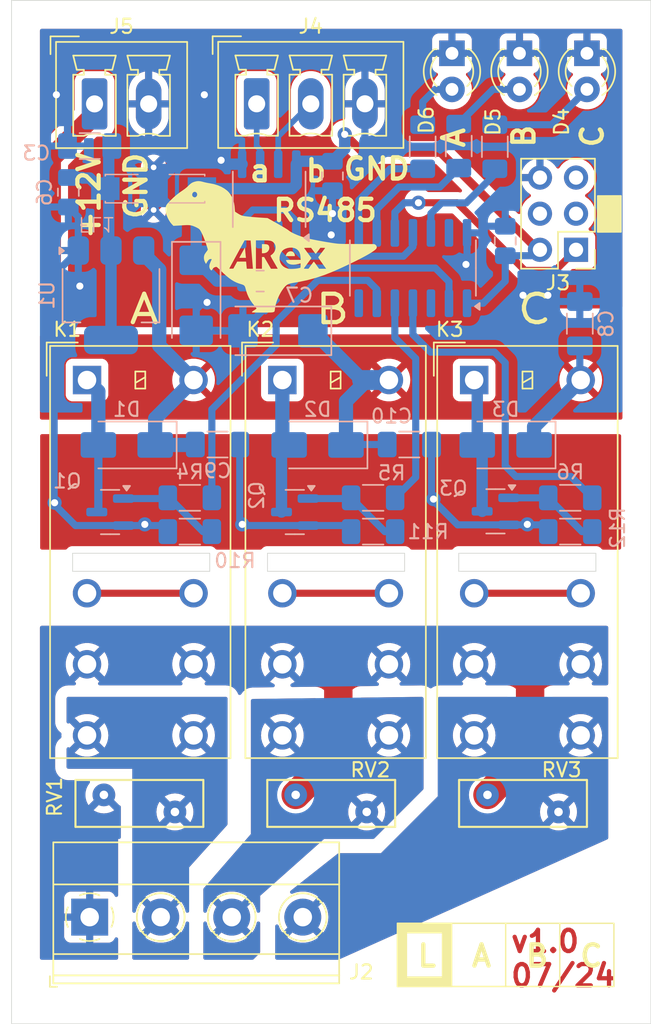
<source format=kicad_pcb>
(kicad_pcb (version 20240108) (generator "pcbnew") (generator_version "8.0")
  (layers (0 "F.Cu" signal) (31 "B.Cu" signal) (34 "B.Paste" user) (35 "F.Paste" user) (36 "B.SilkS" user "B.Silkscreen") (37 "F.SilkS" user "F.Silkscreen") (38 "B.Mask" user) (39 "F.Mask" user) (44 "Edge.Cuts" user))
  (net 0 "")
  (net 1 "VDD")
  (net 2 "Net-(D1-A)")
  (net 3 "Net-(D2-A)")
  (net 4 "Net-(D3-A)")
  (net 5 "GND")
  (net 6 "Net-(D4-A)")
  (net 7 "Net-(D5-A)")
  (net 8 "Net-(D6-A)")
  (net 9 "unconnected-(K1-Pad12)")
  (net 10 "unconnected-(K2-Pad12)")
  (net 11 "unconnected-(K3-Pad12)")
  (net 12 "Net-(Q1-G)")
  (net 13 "Net-(Q2-G)")
  (net 14 "Net-(Q3-G)")
  (net 15 "/P1")
  (net 16 "/P3")
  (net 17 "/P")
  (net 18 "/P2")
  (net 19 "VCC")
  (net 20 "Net-(U2-PA7)")
  (net 22 "Net-(U2-PA6)")
  (net 24 "LR_C")
  (net 25 "LR_B")
  (net 26 "Net-(J4-Pin_2)")
  (net 30 "Net-(J3-DATA)")
  (net 31 "LR_A")
  (net 33 "Net-(U2-PB3)")
  (net 34 "Net-(U2-PA1)")
  (net 35 "Net-(U2-PA4)")
  (net 36 "Net-(U1-VO)")
  (net 37 "/A")
  (footprint "LED_THT:LED_D3.0mm" (layer "F.Cu") (at 141 53.725 -90)
    (property "Reference" "D6" (at 4.695 1.808 90) (layer "F.SilkS"))
    (property "Value" "G")
    (pad "1" thru_hole rect (at 0 0 270) (size 1.8 1.8) (drill 0.9) (layers "*.Cu" "*.Mask") (net 5 "GND"))
    (pad "2" thru_hole circle (at 2.54 0 270) (size 1.8 1.8) (drill 0.9) (layers "*.Cu" "*.Mask") (net 8 "Net-(D6-A)"))
  )
  (footprint "Connector_Phoenix_MC:PhoenixContact_MCV_1,5_2-G-3.81_1x02_P3.81mm_Vertical" (layer "F.Cu") (at 115.8415 57.2845)
    (property "Reference" "J5" (at 1.9 -5.45 0) (layer "F.SilkS"))
    (property "Value" "Screw_Terminal_01x02")
    (pad "1" thru_hole roundrect (at 0 0) (size 1.8 3.6) (drill 1.2) (layers "*.Cu" "*.Mask") (roundrect_rratio 0.138889) (net 1 "VDD"))
    (pad "2" thru_hole oval (at 3.81 0) (size 1.8 3.6) (drill 1.2) (layers "*.Cu" "*.Mask") (net 5 "GND"))
  )
  (footprint "Varistor:RV_Disc_D9mm_W3.3mm_P5mm" (layer "F.Cu") (at 135 107.1 180)
    (property "Reference" "RV2" (at -0.255 2.96 0) (layer "F.SilkS"))
    (property "Value" "471K")
    (pad "1" thru_hole circle (at 0 0 180) (size 1.6 1.6) (drill 0.6) (layers "*.Cu" "*.Mask") (net 18 "/P2"))
    (pad "2" thru_hole circle (at 5 1.2 180) (size 1.6 1.6) (drill 0.6) (layers "*.Cu" "*.Mask") (net 17 "/P"))
  )
  (footprint "LED_THT:LED_D3.0mm" (layer "F.Cu") (at 145.75 53.725 -90)
    (property "Reference" "D5" (at 4.822 1.859 90) (layer "F.SilkS"))
    (property "Value" "G")
    (pad "1" thru_hole rect (at 0 0 270) (size 1.8 1.8) (drill 0.9) (layers "*.Cu" "*.Mask") (net 5 "GND"))
    (pad "2" thru_hole circle (at 2.54 0 270) (size 1.8 1.8) (drill 0.9) (layers "*.Cu" "*.Mask") (net 7 "Net-(D5-A)"))
  )
  (footprint "Connector_PinHeader_2.54mm:PinHeader_2x03_P2.54mm_Vertical" (layer "F.Cu") (at 149.733 67.549 180)
    (property "Reference" "J3" (at 1.27 -2.33 0) (layer "F.SilkS"))
    (property "Value" "AVR-UPDI-6")
    (pad "1" thru_hole rect (at 0 0 180) (size 1.7 1.7) (drill 1) (layers "*.Cu" "*.Mask") (net 30 "Net-(J3-DATA)"))
    (pad "2" thru_hole oval (at 2.54 0 180) (size 1.7 1.7) (drill 1) (layers "*.Cu" "*.Mask") (net 19 "VCC"))
    (pad "3" thru_hole oval (at 0 2.54 180) (size 1.7 1.7) (drill 1) (layers "*.Cu" "*.Mask"))
    (pad "4" thru_hole oval (at 2.54 2.54 180) (size 1.7 1.7) (drill 1) (layers "*.Cu" "*.Mask"))
    (pad "5" thru_hole oval (at 0 5.08 180) (size 1.7 1.7) (drill 1) (layers "*.Cu" "*.Mask"))
    (pad "6" thru_hole oval (at 2.54 5.08 180) (size 1.7 1.7) (drill 1) (layers "*.Cu" "*.Mask") (net 5 "GND"))
  )
  (footprint "Varistor:RV_Disc_D9mm_W3.3mm_P5mm" (layer "F.Cu") (at 121.5 107.1 180)
    (property "Reference" "RV1" (at 8.47 1.055 90) (layer "F.SilkS"))
    (property "Value" "471K")
    (pad "1" thru_hole circle (at 0 0 180) (size 1.6 1.6) (drill 0.6) (layers "*.Cu" "*.Mask") (net 15 "/P1"))
    (pad "2" thru_hole circle (at 5 1.2 180) (size 1.6 1.6) (drill 0.6) (layers "*.Cu" "*.Mask") (net 17 "/P"))
  )
  (footprint "Relay_THT:Relay_SPDT_Omron_G2RL-1-E" (layer "F.Cu") (at 115.3125 76.7125)
    (property "Reference" "K1" (at -1.3935 -3.5605 180) (layer "F.SilkS"))
    (property "Value" "Relay_SPDT")
    (pad "11" thru_hole circle (at 0 20) (size 2 2) (drill 1.3) (layers "*.Cu" "*.Mask") (net 17 "/P"))
    (pad "11" thru_hole circle (at 7.5 20) (size 2 2) (drill 1.3) (layers "*.Cu" "*.Mask") (net 17 "/P"))
    (pad "12" thru_hole circle (at 0 15) (size 2 2) (drill 1.3) (layers "*.Cu" "*.Mask") (net 9 "unconnected-(K1-Pad12)"))
    (pad "12" thru_hole circle (at 7.5 15) (size 2 2) (drill 1.3) (layers "*.Cu" "*.Mask") (net 9 "unconnected-(K1-Pad12)"))
    (pad "14" thru_hole circle (at 0 25) (size 2 2) (drill 1.3) (layers "*.Cu" "*.Mask") (net 15 "/P1"))
    (pad "14" thru_hole circle (at 7.5 25) (size 2 2) (drill 1.3) (layers "*.Cu" "*.Mask") (net 15 "/P1"))
    (pad "A1" thru_hole rect (at 0 0) (size 2 2) (drill 1.3) (layers "*.Cu" "*.Mask") (net 2 "Net-(D1-A)"))
    (pad "A2" thru_hole circle (at 7.5 0) (size 2 2) (drill 1.3) (layers "*.Cu" "*.Mask") (net 1 "VDD"))
  )
  (footprint "TerminalBlock_Phoenix:TerminalBlock_Phoenix_MKDS-1,5-4_1x04_P5.00mm_Horizontal" (layer "F.Cu") (at 115.5 114.5)
    (property "Reference" "J2" (at 19.12 3.864 0) (layer "F.SilkS"))
    (property "Value" "~")
    (pad "1" thru_hole rect (at 0 0) (size 2.6 2.6) (drill 1.3) (layers "*.Cu" "*.Mask") (net 17 "/P"))
    (pad "2" thru_hole circle (at 5 0) (size 2.6 2.6) (drill 1.3) (layers "*.Cu" "*.Mask") (net 15 "/P1"))
    (pad "3" thru_hole circle (at 10 0) (size 2.6 2.6) (drill 1.3) (layers "*.Cu" "*.Mask") (net 18 "/P2"))
    (pad "4" thru_hole circle (at 15 0) (size 2.6 2.6) (drill 1.3) (layers "*.Cu" "*.Mask") (net 16 "/P3"))
  )
  (footprint "LED_THT:LED_D3.0mm" (layer "F.Cu") (at 150.5 53.725 -90)
    (property "Reference" "D4" (at 4.822 1.783 90) (layer "F.SilkS"))
    (property "Value" "G")
    (pad "1" thru_hole rect (at 0 0 270) (size 1.8 1.8) (drill 0.9) (layers "*.Cu" "*.Mask") (net 5 "GND"))
    (pad "2" thru_hole circle (at 2.54 0 270) (size 1.8 1.8) (drill 0.9) (layers "*.Cu" "*.Mask") (net 6 "Net-(D4-A)"))
  )
  (footprint "Relay_THT:Relay_SPDT_Omron_G2RL-1-E" (layer "F.Cu") (at 142.5625 76.7125)
    (property "Reference" "K3" (at -1.7195 -3.5605 180) (layer "F.SilkS"))
    (property "Value" "Relay_SPDT")
    (pad "11" thru_hole circle (at 0 20) (size 2 2) (drill 1.3) (layers "*.Cu" "*.Mask") (net 17 "/P"))
    (pad "11" thru_hole circle (at 7.5 20) (size 2 2) (drill 1.3) (layers "*.Cu" "*.Mask") (net 17 "/P"))
    (pad "12" thru_hole circle (at 0 15) (size 2 2) (drill 1.3) (layers "*.Cu" "*.Mask") (net 11 "unconnected-(K3-Pad12)"))
    (pad "12" thru_hole circle (at 7.5 15) (size 2 2) (drill 1.3) (layers "*.Cu" "*.Mask") (net 11 "unconnected-(K3-Pad12)"))
    (pad "14" thru_hole circle (at 0 25) (size 2 2) (drill 1.3) (layers "*.Cu" "*.Mask") (net 16 "/P3"))
    (pad "14" thru_hole circle (at 7.5 25) (size 2 2) (drill 1.3) (layers "*.Cu" "*.Mask") (net 16 "/P3"))
    (pad "A1" thru_hole rect (at 0 0) (size 2 2) (drill 1.3) (layers "*.Cu" "*.Mask") (net 4 "Net-(D3-A)"))
    (pad "A2" thru_hole circle (at 7.5 0) (size 2 2) (drill 1.3) (layers "*.Cu" "*.Mask") (net 1 "VDD"))
  )
  (footprint "Varistor:RV_Disc_D9mm_W3.3mm_P5mm" (layer "F.Cu") (at 148.5 107.1 180)
    (property "Reference" "RV3" (at -0.217 2.96 0) (layer "F.SilkS"))
    (property "Value" "471K")
    (pad "1" thru_hole circle (at 0 0 180) (size 1.6 1.6) (drill 0.6) (layers "*.Cu" "*.Mask") (net 16 "/P3"))
    (pad "2" thru_hole circle (at 5 1.2 180) (size 1.6 1.6) (drill 0.6) (layers "*.Cu" "*.Mask") (net 17 "/P"))
  )
  (footprint "Relay_THT:Relay_SPDT_Omron_G2RL-1-E" (layer "F.Cu") (at 129.0625 76.7125)
    (property "Reference" "K2" (at -1.5545 -3.5605 0) (layer "F.SilkS"))
    (property "Value" "Relay_SPDT")
    (pad "11" thru_hole circle (at 0 20) (size 2 2) (drill 1.3) (layers "*.Cu" "*.Mask") (net 17 "/P"))
    (pad "11" thru_hole circle (at 7.5 20) (size 2 2) (drill 1.3) (layers "*.Cu" "*.Mask") (net 17 "/P"))
    (pad "12" thru_hole circle (at 0 15) (size 2 2) (drill 1.3) (layers "*.Cu" "*.Mask") (net 10 "unconnected-(K2-Pad12)"))
    (pad "12" thru_hole circle (at 7.5 15) (size 2 2) (drill 1.3) (layers "*.Cu" "*.Mask") (net 10 "unconnected-(K2-Pad12)"))
    (pad "14" thru_hole circle (at 0 25) (size 2 2) (drill 1.3) (layers "*.Cu" "*.Mask") (net 18 "/P2"))
    (pad "14" thru_hole circle (at 7.5 25) (size 2 2) (drill 1.3) (layers "*.Cu" "*.Mask") (net 18 "/P2"))
    (pad "A1" thru_hole rect (at 0 0) (size 2 2) (drill 1.3) (layers "*.Cu" "*.Mask") (net 3 "Net-(D2-A)"))
    (pad "A2" thru_hole circle (at 7.5 0) (size 2 2) (drill 1.3) (layers "*.Cu" "*.Mask") (net 1 "VDD"))
  )
  (footprint "LOGO" (layer "F.Cu") (at 128.27 67.31)
    (property "Reference" "G***" (hide yes))
    (property "Value" "LOGO" (hide yes))
  )
  (footprint "Connector_Phoenix_MC:PhoenixContact_MCV_1,5_3-G-3.81_1x03_P3.81mm_Vertical" (layer "F.Cu") (at 127.254 57.277)
    (property "Reference" "J4" (at 3.81 -5.45 0) (layer "F.SilkS"))
    (property "Value" "Screw_Terminal_01x03")
    (pad "1" thru_hole roundrect (at 0 0) (size 1.8 3.6) (drill 1.2) (layers "*.Cu" "*.Mask") (roundrect_rratio 0.138889) (net 37 "/A"))
    (pad "2" thru_hole oval (at 3.81 0) (size 1.8 3.6) (drill 1.2) (layers "*.Cu" "*.Mask") (net 26 "Net-(J4-Pin_2)"))
    (pad "3" thru_hole oval (at 7.62 0) (size 1.8 3.6) (drill 1.2) (layers "*.Cu" "*.Mask") (net 5 "GND"))
  )
  (footprint "Capacitor_SMD:C_0805_2012Metric_Pad1.18x1.45mm_HandSolder" (layer "B.Cu") (at 114 63.5 -90)
    (property "Reference" "C6" (at 0 1.68 90) (layer "B.SilkS") (effects (justify mirror)))
    (property "Value" "100n")
    (pad "1" smd roundrect (at -1.0375 0 270) (size 1.175 1.45) (layers "B.Cu" "B.Paste" "B.Mask") (roundrect_rratio 0.212766) (net 36 "Net-(U1-VO)"))
    (pad "2" smd roundrect (at 1.0375 0 270) (size 1.175 1.45) (layers "B.Cu" "B.Paste" "B.Mask") (roundrect_rratio 0.212766) (net 5 "GND"))
  )
  (footprint "Capacitor_SMD:C_1206_3216Metric_Pad1.33x1.80mm_HandSolder" (layer "B.Cu") (at 150 72.75 90)
    (property "Reference" "C8" (at 0 1.85 90) (layer "B.SilkS") (effects (justify mirror)))
    (property "Value" "1u")
    (pad "1" smd roundrect (at -1.5625 0 90) (size 1.325 1.8) (layers "B.Cu" "B.Paste" "B.Mask") (roundrect_rratio 0.188679) (net 1 "VDD"))
    (pad "2" smd roundrect (at 1.5625 0 90) (size 1.325 1.8) (layers "B.Cu" "B.Paste" "B.Mask") (roundrect_rratio 0.188679) (net 5 "GND"))
  )
  (footprint "Resistor_SMD:R_1206_3216Metric_Pad1.30x1.75mm_HandSolder" (layer "B.Cu") (at 122.55 87.376 180)
    (property "Reference" "R10" (at -3.18 -2.043 0) (layer "B.SilkS") (effects (justify mirror)))
    (property "Value" "10k")
    (pad "1" smd roundrect (at -1.55 0 180) (size 1.3 1.75) (layers "B.Cu" "B.Paste" "B.Mask") (roundrect_rratio 0.192308) (net 12 "Net-(Q1-G)"))
    (pad "2" smd roundrect (at 1.55 0 180) (size 1.3 1.75) (layers "B.Cu" "B.Paste" "B.Mask") (roundrect_rratio 0.192308) (net 5 "GND"))
  )
  (footprint "Capacitor_SMD:C_1206_3216Metric_Pad1.33x1.80mm_HandSolder" (layer "B.Cu") (at 115.5 60.25 180)
    (property "Reference" "C3" (at 3.75 -0.5 0) (layer "B.SilkS") (effects (justify mirror)))
    (property "Value" "4u7")
    (pad "1" smd roundrect (at -1.5625 0 180) (size 1.325 1.8) (layers "B.Cu" "B.Paste" "B.Mask") (roundrect_rratio 0.188679) (net 36 "Net-(U1-VO)"))
    (pad "2" smd roundrect (at 1.5625 0 180) (size 1.325 1.8) (layers "B.Cu" "B.Paste" "B.Mask") (roundrect_rratio 0.188679) (net 5 "GND"))
  )
  (footprint "Package_TO_SOT_SMD:SOT-23" (layer "B.Cu") (at 129.9375 86 180)
    (property "Reference" "Q2" (at 2.6835 1.164 -90) (layer "B.SilkS") (effects (justify mirror)))
    (property "Value" "IRLML0030")
    (pad "1" smd roundrect (at -0.9375 0.95 180) (size 1.475 0.6) (layers "B.Cu" "B.Paste" "B.Mask") (net 13 "Net-(Q2-G)"))
    (pad "2" smd roundrect (at -0.9375 -0.95 180) (size 1.475 0.6) (layers "B.Cu" "B.Paste" "B.Mask") (net 5 "GND"))
    (pad "3" smd roundrect (at 0.9375 0 180) (size 1.475 0.6) (layers "B.Cu" "B.Paste" "B.Mask") (net 3 "Net-(D2-A)"))
  )
  (footprint "Capacitor_SMD:C_1206_3216Metric_Pad1.33x1.80mm_HandSolder" (layer "B.Cu") (at 124.5 81.25)
    (property "Reference" "C9" (at 0 1.85 0) (layer "B.SilkS") (effects (justify mirror)))
    (property "Value" "1u")
    (pad "1" smd roundrect (at -1.5625 0) (size 1.325 1.8) (layers "B.Cu" "B.Paste" "B.Mask") (roundrect_rratio 0.188679) (net 1 "VDD"))
    (pad "2" smd roundrect (at 1.5625 0) (size 1.325 1.8) (layers "B.Cu" "B.Paste" "B.Mask") (roundrect_rratio 0.188679) (net 5 "GND"))
  )
  (footprint "Diode_SMD:D_SMA" (layer "B.Cu") (at 131.54 81.28 180)
    (property "Reference" "D2" (at 0 2.5 0) (layer "B.SilkS") (effects (justify mirror)))
    (property "Value" "1J")
    (pad "1" smd roundrect (at -2 0 180) (size 2.5 1.8) (layers "B.Cu" "B.Paste" "B.Mask") (roundrect_rratio 0.1388888889) (net 1 "VDD"))
    (pad "2" smd roundrect (at 2 0 180) (size 2.5 1.8) (layers "B.Cu" "B.Paste" "B.Mask") (roundrect_rratio 0.1388888889) (net 3 "Net-(D2-A)"))
  )
  (footprint "Package_SO:SOIC-14_3.9x8.7mm_P1.27mm" (layer "B.Cu") (at 138.25 68.834 90)
    (property "Reference" "U2" (hide yes))
    (property "Value" "ATtiny824-SS" (hide yes))
    (pad "1" smd roundrect (at -2.475 3.81 90) (size 1.95 0.6) (layers "B.Cu" "B.Paste" "B.Mask") (net 19 "VCC"))
    (pad "2" smd roundrect (at -2.475 2.54 90) (size 1.95 0.6) (layers "B.Cu" "B.Paste" "B.Mask") (net 35 "Net-(U2-PA4)"))
    (pad "3" smd roundrect (at -2.475 1.27 90) (size 1.95 0.6) (layers "B.Cu" "B.Paste" "B.Mask"))
    (pad "4" smd roundrect (at -2.475 0 90) (size 1.95 0.6) (layers "B.Cu" "B.Paste" "B.Mask") (net 22 "Net-(U2-PA6)"))
    (pad "5" smd roundrect (at -2.475 -1.27 90) (size 1.95 0.6) (layers "B.Cu" "B.Paste" "B.Mask") (net 20 "Net-(U2-PA7)"))
    (pad "6" smd roundrect (at -2.475 -2.54 90) (size 1.95 0.6) (layers "B.Cu" "B.Paste" "B.Mask") (net 33 "Net-(U2-PB3)"))
    (pad "7" smd roundrect (at -2.475 -3.81 90) (size 1.95 0.6) (layers "B.Cu" "B.Paste" "B.Mask"))
    (pad "8" smd roundrect (at 2.475 -3.81 90) (size 1.95 0.6) (layers "B.Cu" "B.Paste" "B.Mask") (net 31 "LR_A"))
    (pad "9" smd roundrect (at 2.475 -2.54 90) (size 1.95 0.6) (layers "B.Cu" "B.Paste" "B.Mask") (net 25 "LR_B"))
    (pad "10" smd roundrect (at 2.475 -1.27 90) (size 1.95 0.6) (layers "B.Cu" "B.Paste" "B.Mask") (net 30 "Net-(J3-DATA)"))
    (pad "11" smd roundrect (at 2.475 0 90) (size 1.95 0.6) (layers "B.Cu" "B.Paste" "B.Mask") (net 34 "Net-(U2-PA1)"))
    (pad "12" smd roundrect (at 2.475 1.27 90) (size 1.95 0.6) (layers "B.Cu" "B.Paste" "B.Mask") (net 24 "LR_C"))
    (pad "13" smd roundrect (at 2.475 2.54 90) (size 1.95 0.6) (layers "B.Cu" "B.Paste" "B.Mask"))
    (pad "14" smd roundrect (at 2.475 3.81 90) (size 1.95 0.6) (layers "B.Cu" "B.Paste" "B.Mask") (net 5 "GND"))
  )
  (footprint "Resistor_SMD:R_1206_3216Metric_Pad1.30x1.75mm_HandSolder" (layer "B.Cu") (at 135.45 85 180)
    (property "Reference" "R5" (at -1.3 1.75 0) (layer "B.SilkS") (effects (justify mirror)))
    (property "Value" "22")
    (pad "1" smd roundrect (at -1.55 0 180) (size 1.3 1.75) (layers "B.Cu" "B.Paste" "B.Mask") (roundrect_rratio 0.192308) (net 20 "Net-(U2-PA7)"))
    (pad "2" smd roundrect (at 1.55 0 180) (size 1.3 1.75) (layers "B.Cu" "B.Paste" "B.Mask") (roundrect_rratio 0.192308) (net 13 "Net-(Q2-G)"))
  )
  (footprint "Capacitor_Tantalum_SMD:CP_EIA-6032-28_Kemet-C" (layer "B.Cu") (at 128.75 73.25 180)
    (property "Reference" "C2" (hide yes))
    (property "Value" "10u" (hide yes))
    (pad "1" smd roundrect (at -2.4625 0 180) (size 2.075 2.35) (layers "B.Cu" "B.Paste" "B.Mask") (roundrect_rratio 0.120482) (net 1 "VDD"))
    (pad "2" smd roundrect (at 2.4625 0 180) (size 2.075 2.35) (layers "B.Cu" "B.Paste" "B.Mask") (roundrect_rratio 0.120482) (net 5 "GND"))
  )
  (footprint "Capacitor_SMD:C_0805_2012Metric_Pad1.18x1.45mm_HandSolder" (layer "B.Cu") (at 132.588 62.357 -90)
    (property "Reference" "C5" (hide yes))
    (property "Value" "100n" (hide yes))
    (pad "1" smd roundrect (at -1.0375 0 270) (size 1.175 1.45) (layers "B.Cu" "B.Paste" "B.Mask") (roundrect_rratio 0.212766) (net 19 "VCC"))
    (pad "2" smd roundrect (at 1.0375 0 270) (size 1.175 1.45) (layers "B.Cu" "B.Paste" "B.Mask") (roundrect_rratio 0.212766) (net 5 "GND"))
  )
  (footprint "Resistor_SMD:R_1206_3216Metric_Pad1.30x1.75mm_HandSolder" (layer "B.Cu") (at 149.326 85 180)
    (property "Reference" "R6" (at 0 1.82 0) (layer "B.SilkS") (effects (justify mirror)))
    (property "Value" "22")
    (pad "1" smd roundrect (at -1.55 0 180) (size 1.3 1.75) (layers "B.Cu" "B.Paste" "B.Mask") (roundrect_rratio 0.192308) (net 22 "Net-(U2-PA6)"))
    (pad "2" smd roundrect (at 1.55 0 180) (size 1.3 1.75) (layers "B.Cu" "B.Paste" "B.Mask") (roundrect_rratio 0.192308) (net 14 "Net-(Q3-G)"))
  )
  (footprint "Package_SO:SOIC-8_3.9x4.9mm_P1.27mm" (layer "B.Cu") (at 128.135 64 90)
    (property "Reference" "U3" (hide yes))
    (property "Value" "LT1785AxS8" (hide yes))
    (pad "1" smd roundrect (at -2.475 1.905 90) (size 1.95 0.6) (layers "B.Cu" "B.Paste" "B.Mask") (net 34 "Net-(U2-PA1)"))
    (pad "2" smd roundrect (at -2.475 0.635 90) (size 1.95 0.6) (layers "B.Cu" "B.Paste" "B.Mask") (net 35 "Net-(U2-PA4)"))
    (pad "3" smd roundrect (at -2.475 -0.635 90) (size 1.95 0.6) (layers "B.Cu" "B.Paste" "B.Mask") (net 35 "Net-(U2-PA4)"))
    (pad "4" smd roundrect (at -2.475 -1.905 90) (size 1.95 0.6) (layers "B.Cu" "B.Paste" "B.Mask") (net 34 "Net-(U2-PA1)"))
    (pad "5" smd roundrect (at 2.475 -1.905 90) (size 1.95 0.6) (layers "B.Cu" "B.Paste" "B.Mask") (net 5 "GND"))
    (pad "6" smd roundrect (at 2.475 -0.635 90) (size 1.95 0.6) (layers "B.Cu" "B.Paste" "B.Mask") (net 37 "/A"))
    (pad "7" smd roundrect (at 2.475 0.635 90) (size 1.95 0.6) (layers "B.Cu" "B.Paste" "B.Mask") (net 26 "Net-(J4-Pin_2)"))
    (pad "8" smd roundrect (at 2.475 1.905 90) (size 1.95 0.6) (layers "B.Cu" "B.Paste" "B.Mask") (net 19 "VCC"))
  )
  (footprint "Diode_SMD:D_SMA" (layer "B.Cu") (at 144.78 81.28 180)
    (property "Reference" "D3" (at 0 2.5 0) (layer "B.SilkS") (effects (justify mirror)))
    (property "Value" "1J")
    (pad "1" smd roundrect (at -2 0 180) (size 2.5 1.8) (layers "B.Cu" "B.Paste" "B.Mask") (roundrect_rratio 0.1388888889) (net 1 "VDD"))
    (pad "2" smd roundrect (at 2 0 180) (size 2.5 1.8) (layers "B.Cu" "B.Paste" "B.Mask") (roundrect_rratio 0.1388888889) (net 4 "Net-(D3-A)"))
  )
  (footprint "Capacitor_Tantalum_SMD:CP_EIA-6032-28_Kemet-C" (layer "B.Cu") (at 123 70.75 -90)
    (property "Reference" "C1" (hide yes))
    (property "Value" "10u" (hide yes))
    (pad "1" smd roundrect (at -2.4625 0 270) (size 2.075 2.35) (layers "B.Cu" "B.Paste" "B.Mask") (roundrect_rratio 0.120482) (net 19 "VCC"))
    (pad "2" smd roundrect (at 2.4625 0 270) (size 2.075 2.35) (layers "B.Cu" "B.Paste" "B.Mask") (roundrect_rratio 0.120482) (net 5 "GND"))
  )
  (footprint "Resistor_SMD:R_1206_3216Metric_Pad1.30x1.75mm_HandSolder" (layer "B.Cu") (at 122.55 85 180)
    (property "Reference" "R4" (at 0 1.82 0) (layer "B.SilkS") (effects (justify mirror)))
    (property "Value" "22")
    (pad "1" smd roundrect (at -1.55 0 180) (size 1.3 1.75) (layers "B.Cu" "B.Paste" "B.Mask") (roundrect_rratio 0.192308) (net 33 "Net-(U2-PB3)"))
    (pad "2" smd roundrect (at 1.55 0 180) (size 1.3 1.75) (layers "B.Cu" "B.Paste" "B.Mask") (roundrect_rratio 0.192308) (net 12 "Net-(Q1-G)"))
  )
  (footprint "Resistor_SMD:R_1206_3216Metric_Pad1.30x1.75mm_HandSolder" (layer "B.Cu") (at 144.018 60.3 90)
    (property "Reference" "R7" (hide yes))
    (property "Value" "680" (hide yes))
    (pad "1" smd roundrect (at -1.55 0 90) (size 1.3 1.75) (layers "B.Cu" "B.Paste" "B.Mask") (roundrect_rratio 0.192308) (net 24 "LR_C"))
    (pad "2" smd roundrect (at 1.55 0 90) (size 1.3 1.75) (layers "B.Cu" "B.Paste" "B.Mask") (roundrect_rratio 0.192308) (net 6 "Net-(D4-A)"))
  )
  (footprint "Resistor_SMD:R_1206_3216Metric_Pad1.30x1.75mm_HandSolder" (layer "B.Cu") (at 138.938 60.3 90)
    (property "Reference" "R9" (hide yes))
    (property "Value" "680" (hide yes))
    (pad "1" smd roundrect (at -1.55 0 90) (size 1.3 1.75) (layers "B.Cu" "B.Paste" "B.Mask") (roundrect_rratio 0.192308) (net 31 "LR_A"))
    (pad "2" smd roundrect (at 1.55 0 90) (size 1.3 1.75) (layers "B.Cu" "B.Paste" "B.Mask") (roundrect_rratio 0.192308) (net 8 "Net-(D6-A)"))
  )
  (footprint "Diode_SMD:D_SMA" (layer "B.Cu") (at 118.11 81.28 180)
    (property "Reference" "D1" (at 0 2.5 0) (layer "B.SilkS") (effects (justify mirror)))
    (property "Value" "1J")
    (pad "1" smd roundrect (at -2 0 180) (size 2.5 1.8) (layers "B.Cu" "B.Paste" "B.Mask") (roundrect_rratio 0.1388888889) (net 1 "VDD"))
    (pad "2" smd roundrect (at 2 0 180) (size 2.5 1.8) (layers "B.Cu" "B.Paste" "B.Mask") (roundrect_rratio 0.1388888889) (net 2 "Net-(D1-A)"))
  )
  (footprint "Capacitor_SMD:C_1206_3216Metric_Pad1.33x1.80mm_HandSolder" (layer "B.Cu") (at 138 81.25)
    (property "Reference" "C10" (at -1.25 -2 0) (layer "B.SilkS") (effects (justify mirror)))
    (property "Value" "1u")
    (pad "1" smd roundrect (at -1.5625 0) (size 1.325 1.8) (layers "B.Cu" "B.Paste" "B.Mask") (roundrect_rratio 0.188679) (net 1 "VDD"))
    (pad "2" smd roundrect (at 1.5625 0) (size 1.325 1.8) (layers "B.Cu" "B.Paste" "B.Mask") (roundrect_rratio 0.188679) (net 5 "GND"))
  )
  (footprint "Adarwoo:Murata_NFM61R" (layer "B.Cu") (at 120 63.25)
    (property "Reference" "FL1" (at -4 2.5 180) (layer "B.SilkS") (effects (font (thickness 0.1)) (justify mirror)))
    (property "Value" "62R")
    (pad "1" smd rect (at -3.4 0) (size 2 1.6) (layers "B.Cu" "B.Paste" "B.Mask") (net 36 "Net-(U1-VO)"))
    (pad "2" thru_hole circle (at 0 -1.5) (size 0.8 0.8) (drill 0.4) (layers "*.Cu" "*.Mask") (net 5 "GND"))
    (pad "2" smd rect (at 0 0) (size 2 2.6) (layers "B.Cu" "B.Paste" "B.Mask") (net 5 "GND"))
    (pad "2" thru_hole circle (at 0 1.5) (size 0.8 0.8) (drill 0.4) (layers "*.Cu" "*.Mask") (net 5 "GND"))
    (pad "3" smd rect (at 3.4 0) (size 2 1.6) (layers "B.Cu" "B.Paste" "B.Mask") (net 19 "VCC"))
  )
  (footprint "Resistor_SMD:R_1206_3216Metric_Pad1.30x1.75mm_HandSolder" (layer "B.Cu") (at 141.478 60.25 90)
    (property "Reference" "R8" (hide yes))
    (property "Value" "680" (hide yes))
    (pad "1" smd roundrect (at -1.55 0 90) (size 1.3 1.75) (layers "B.Cu" "B.Paste" "B.Mask") (roundrect_rratio 0.192308) (net 25 "LR_B"))
    (pad "2" smd roundrect (at 1.55 0 90) (size 1.3 1.75) (layers "B.Cu" "B.Paste" "B.Mask") (roundrect_rratio 0.192308) (net 7 "Net-(D5-A)"))
  )
  (footprint "Package_TO_SOT_SMD:SOT-23" (layer "B.Cu") (at 144.0625 85.95 180)
    (property "Reference" "Q3" (at 2.9655 1.622 0) (layer "B.SilkS") (effects (justify mirror)))
    (property "Value" "IRLML0030")
    (pad "1" smd roundrect (at -0.9375 0.95 180) (size 1.475 0.6) (layers "B.Cu" "B.Paste" "B.Mask") (net 14 "Net-(Q3-G)"))
    (pad "2" smd roundrect (at -0.9375 -0.95 180) (size 1.475 0.6) (layers "B.Cu" "B.Paste" "B.Mask") (net 5 "GND"))
    (pad "3" smd roundrect (at 0.9375 0 180) (size 1.475 0.6) (layers "B.Cu" "B.Paste" "B.Mask") (net 4 "Net-(D3-A)"))
  )
  (footprint "Capacitor_SMD:C_0805_2012Metric_Pad1.18x1.45mm_HandSolder" (layer "B.Cu") (at 144.75 66.929 90)
    (property "Reference" "C4" (hide yes))
    (property "Value" "100n" (hide yes))
    (pad "1" smd roundrect (at -1.0375 0 90) (size 1.175 1.45) (layers "B.Cu" "B.Paste" "B.Mask") (roundrect_rratio 0.212766) (net 19 "VCC"))
    (pad "2" smd roundrect (at 1.0375 0 90) (size 1.175 1.45) (layers "B.Cu" "B.Paste" "B.Mask") (roundrect_rratio 0.212766) (net 5 "GND"))
  )
  (footprint "Resistor_SMD:R_1206_3216Metric_Pad1.30x1.75mm_HandSolder" (layer "B.Cu") (at 135.45 87.376 180)
    (property "Reference" "R11" (at -3.869 -0.011 0) (layer "B.SilkS") (effects (justify mirror)))
    (property "Value" "10k")
    (pad "1" smd roundrect (at -1.55 0 180) (size 1.3 1.75) (layers "B.Cu" "B.Paste" "B.Mask") (roundrect_rratio 0.192308) (net 13 "Net-(Q2-G)"))
    (pad "2" smd roundrect (at 1.55 0 180) (size 1.3 1.75) (layers "B.Cu" "B.Paste" "B.Mask") (roundrect_rratio 0.192308) (net 5 "GND"))
  )
  (footprint "Capacitor_SMD:C_0805_2012Metric_Pad1.18x1.45mm_HandSolder" (layer "B.Cu") (at 127.5 69.75)
    (property "Reference" "C7" (at 2.75 1 0) (layer "B.SilkS") (effects (justify mirror)))
    (property "Value" "100n")
    (pad "1" smd roundrect (at -1.0375 0) (size 1.175 1.45) (layers "B.Cu" "B.Paste" "B.Mask") (roundrect_rratio 0.212766) (net 19 "VCC"))
    (pad "2" smd roundrect (at 1.0375 0) (size 1.175 1.45) (layers "B.Cu" "B.Paste" "B.Mask") (roundrect_rratio 0.212766) (net 5 "GND"))
  )
  (footprint "Package_TO_SOT_SMD:SOT-23" (layer "B.Cu") (at 116.9375 86 180)
    (property "Reference" "Q1" (at 3.0185 2.18 0) (layer "B.SilkS") (effects (justify mirror)))
    (property "Value" "IRLML0030")
    (pad "1" smd roundrect (at -0.9375 0.95 180) (size 1.475 0.6) (layers "B.Cu" "B.Paste" "B.Mask") (net 12 "Net-(Q1-G)"))
    (pad "2" smd roundrect (at -0.9375 -0.95 180) (size 1.475 0.6) (layers "B.Cu" "B.Paste" "B.Mask") (net 5 "GND"))
    (pad "3" smd roundrect (at 0.9375 0 180) (size 1.475 0.6) (layers "B.Cu" "B.Paste" "B.Mask") (net 2 "Net-(D1-A)"))
  )
  (footprint "Resistor_SMD:R_1206_3216Metric_Pad1.30x1.75mm_HandSolder" (layer "B.Cu") (at 149.326 87.376 180)
    (property "Reference" "R12" (at -3.328 0.254 -90) (layer "B.SilkS") (effects (justify mirror)))
    (property "Value" "10k")
    (pad "1" smd roundrect (at -1.55 0 180) (size 1.3 1.75) (layers "B.Cu" "B.Paste" "B.Mask") (roundrect_rratio 0.192308) (net 14 "Net-(Q3-G)"))
    (pad "2" smd roundrect (at 1.55 0 180) (size 1.3 1.75) (layers "B.Cu" "B.Paste" "B.Mask") (roundrect_rratio 0.192308) (net 5 "GND"))
  )
  (footprint "Package_TO_SOT_SMD:SOT-223-3_TabPin2" (layer "B.Cu") (at 117 70.75 -90)
    (property "Reference" "U1" (at 0 4.5 90) (layer "B.SilkS") (effects (justify mirror)))
    (property "Value" "LM1117MP-5.0")
    (pad "1" smd roundrect (at -3.15 2.3 270) (size 2 1.5) (layers "B.Cu" "B.Paste" "B.Mask") (net 5 "GND"))
    (pad "2" smd roundrect (at -3.15 0 270) (size 2 1.5) (layers "B.Cu" "B.Paste" "B.Mask") (net 36 "Net-(U1-VO)"))
    (pad "2" smd roundrect (at 3.15 0 270) (size 2 3.8) (layers "B.Cu" "B.Paste" "B.Mask") (net 36 "Net-(U1-VO)"))
    (pad "3" smd roundrect (at -3.15 -2.3 270) (size 2 1.5) (layers "B.Cu" "B.Paste" "B.Mask") (net 1 "VDD"))
  )
  (gr_line (start 144.78 114.935) (end 144.78 119.38) (stroke (width 0.1)) (layer "F.SilkS"))
  (gr_rect (start 137.795 114.935) (end 140.335 115.5954) (stroke (width 0.1)) (fill solid) (layer "F.SilkS"))
  (gr_line (start 140.97 119.38) (end 140.97 114.935) (stroke (width 0.1)) (layer "F.SilkS"))
  (gr_rect (start 137.795 118.7196) (end 140.335 119.38) (stroke (width 0.1)) (fill solid) (layer "F.SilkS"))
  (gr_poly (pts (xy 151.257 63.7588) (xy 151.257 66.2988) (xy 152.8938 66.293) (xy 152.8938 63.754)) (stroke (width 0.1)) (fill solid) (layer "F.SilkS"))
  (gr_rect (start 140.335 114.935) (end 140.97 119.38) (stroke (width 0.1)) (fill solid) (layer "F.SilkS"))
  (gr_rect (start 137.16 114.935) (end 152.4 119.38) (stroke (width 0.1)) (fill none) (layer "F.SilkS"))
  (gr_rect (start 137.16 114.935) (end 137.795 119.38) (stroke (width 0.1)) (fill solid) (layer "F.SilkS"))
  (gr_line (start 148.59 114.935) (end 148.59 119.38) (stroke (width 0.1)) (layer "F.SilkS"))
  (gr_line (start 128.016 88.9) (end 128.016 90.17) (stroke (width 0.05)) (layer "Edge.Cuts"))
  (gr_rect (start 110 50) (end 155 122) (stroke (width 0.05)) (fill none) (layer "Edge.Cuts"))
  (gr_line (start 141.478 88.9) (end 141.478 90.17) (stroke (width 0.05)) (layer "Edge.Cuts"))
  (gr_line (start 141.478 90.17) (end 151.13 90.17) (stroke (width 0.05)) (layer "Edge.Cuts"))
  (gr_line (start 123.952 90.17) (end 123.952 88.9) (stroke (width 0.05)) (layer "Edge.Cuts"))
  (gr_line (start 137.668 90.17) (end 137.668 88.9) (stroke (width 0.05)) (layer "Edge.Cuts"))
  (gr_line (start 151.13 88.9) (end 141.478 88.9) (stroke (width 0.05)) (layer "Edge.Cuts"))
  (gr_line (start 114.3 90.17) (end 123.952 90.17) (stroke (width 0.05)) (layer "Edge.Cuts"))
  (gr_line (start 123.952 88.9) (end 114.3 88.9) (stroke (width 0.05)) (layer "Edge.Cuts"))
  (gr_line (start 137.668 88.9) (end 128.016 88.9) (stroke (width 0.05)) (layer "Edge.Cuts"))
  (gr_line (start 114.3 88.9) (end 114.3 90.17) (stroke (width 0.05)) (layer "Edge.Cuts"))
  (gr_line (start 128.016 90.17) (end 137.668 90.17) (stroke (width 0.05)) (layer "Edge.Cuts"))
  (gr_line (start 151.13 90.17) (end 151.13 88.9) (stroke (width 0.05)) (layer "Edge.Cuts"))
  (gr_text "v1.0 \n07/24" (at 145 119.5 0) (layer "F.Cu") (effects (font (size 1.5 1.5) (thickness 0.3) (bold yes)) (justify left bottom)))
  (gr_text "C" (at 149.86 118.11 0) (layer "F.SilkS") (effects (font (size 1.5 1.5) (thickness 0.3) (bold yes)) (justify left bottom)))
  (gr_text "a" (at 126.619 62.865 0) (layer "F.SilkS") (effects (font (size 1.5 1.5) (thickness 0.3) (bold yes)) (justify left bottom)))
  (gr_text "b" (at 130.556 62.865 0) (layer "F.SilkS") (effects (font (size 1.5 1.5) (thickness 0.3) (bold yes)) (justify left bottom)))
  (gr_text "+12V" (at 116.332 66.929 90) (layer "F.SilkS") (effects (font (size 1.5 1.5) (thickness 0.3) (bold yes)) (justify left bottom)))
  (gr_text "C" (at 151.75 60.5 90) (layer "F.SilkS") (effects (font (size 1.5 1.5) (thickness 0.3) (bold yes)) (justify left bottom)))
  (gr_text "B" (at 146.939 60.5 90) (layer "F.SilkS") (effects (font (size 1.5 1.5) (thickness 0.3) (bold yes)) (justify left bottom)))
  (gr_text "A" (at 118.11 72.898 0) (layer "F.SilkS") (effects (font (size 2 2.4) (thickness 0.3) (bold yes)) (justify left bottom)))
  (gr_text "B" (at 146.05 118.11 0) (layer "F.SilkS") (effects (font (size 1.5 1.5) (thickness 0.3) (bold yes)) (justify left bottom)))
  (gr_text "L" (at 138.43 118.11 0) (layer "F.SilkS") (effects (font (size 1.5 1.5) (thickness 0.3) (bold yes)) (justify left bottom)))
  (gr_text "GND" (at 133.223 62.738 0) (layer "F.SilkS") (effects (font (size 1.5 1.5) (thickness 0.3) (bold yes)) (justify left bottom)))
  (gr_text "RS485" (at 128.27 65.659 0) (layer "F.SilkS") (effects (font (size 1.5 1.5) (thickness 0.3) (bold yes)) (justify left bottom)))
  (gr_text "C" (at 145.415 72.898 0) (layer "F.SilkS") (effects (font (size 2 2.4) (thickness 0.3) (bold yes)) (justify left bottom)))
  (gr_text "GND" (at 119.634 65.532 90) (layer "F.SilkS") (effects (font (size 1.5 1.5) (thickness 0.3) (bold yes)) (justify left bottom)))
  (gr_text "A" (at 142 60.5 90) (layer "F.SilkS") (effects (font (size 1.5 1.5) (thickness 0.3) (bold yes)) (justify left bottom)))
  (gr_text "A" (at 142.24 118.11 0) (layer "F.SilkS") (effects (font (size 1.5 1.5) (thickness 0.3) (bold yes)) (justify left bottom)))
  (gr_text "B" (at 131.191 72.898 0) (layer "F.SilkS") (effects (font (size 2 2.4) (thickness 0.3) (bold yes)) (justify left bottom)))
  (segment (start 112.776 61.1055) (end 115.8415 58.04) (width 1.4) (layer "F.Cu") (net 1))
  (segment (start 112.776 74.676) (end 112.776 61.1055) (width 1.4) (layer "F.Cu") (net 1))
  (segment (start 135.0375 76.7125) (end 136.562 76.7125) (width 1) (layer "B.Cu") (net 1))
  (segment (start 136.5625 76.7125) (end 134.675 76.7125) (width 1.4) (layer "B.Cu") (net 1))
  (segment (start 133.54 78.21) (end 135.0375 76.7125) (width 1) (layer "B.Cu") (net 1))
  (segment (start 148.6413 78.1334) (end 150.062 76.7125) (width 1) (layer "B.Cu") (net 1))
  (segment (start 120.11 79.415) (end 122.812 76.7125) (width 1) (layer "B.Cu") (net 1))
  (segment (start 134.675 76.7125) (end 131.2125 73.25) (width 1) (layer "B.Cu") (net 1))
  (segment (start 133.54 81.28) (end 133.54 78.21) (width 1) (layer "B.Cu") (net 1))
  (segment (start 146.78 79.995) (end 148.6413 78.1334) (width 1) (layer "B.Cu") (net 1))
  (segment (start 136.4375 81.25) (end 133.57 81.25) (width 0.5) (layer "B.Cu") (net 1))
  (segment (start 119.3 67.854) (end 120.396 68.95) (width 1) (layer "B.Cu") (net 1))
  (segment (start 120.11 81.28) (end 120.11 79.415) (width 1) (layer "B.Cu") (net 1))
  (segment (start 150 74.3125) (end 150 76.65) (width 0.5) (layer "B.Cu") (net 1))
  (segment (start 120.396 68.95) (end 120.396 74.296) (width 1) (layer "B.Cu") (net 1))
  (segment (start 120.11 81.28) (end 122.9075 81.28) (width 1) (layer "B.Cu") (net 1))
  (segment (start 146.78 81.28) (end 146.78 79.995) (width 1) (layer "B.Cu") (net 1))
  (segment (start 120.396 74.296) (end 122.8125 76.7125) (width 1) (layer "B.Cu") (net 1))
  (segment (start 116.11 81.28) (end 116.11 85.89) (width 0.58) (layer "B.Cu") (net 2))
  (segment (start 116.11 81.28) (end 116.11 77.51) (width 1) (layer "B.Cu") (net 2))
  (segment (start 116.11 85.89) (end 116 86) (width 0.5) (layer "B.Cu") (net 2))
  (segment (start 116.11 77.51) (end 115.3125 76.7125) (width 1) (layer "B.Cu") (net 2))
  (segment (start 129.062 78.4957) (end 129.0625 78.4952) (width 0.5) (layer "B.Cu") (net 3))
  (segment (start 129.062 76.7125) (end 129.062 78.4957) (width 0.5) (layer "B.Cu") (net 3))
  (segment (start 129 86) (end 129 81.82) (width 0.8) (layer "B.Cu") (net 3))
  (segment (start 129.062 78.4957) (end 129.062 80.8025) (width 1) (layer "B.Cu") (net 3))
  (segment (start 129.0625 78.4952) (end 129.0625 76.7125) (width 1) (layer "B.Cu") (net 3))
  (segment (start 129.062 80.8025) (end 129.54 81.28) (width 1) (layer "B.Cu") (net 3))
  (segment (start 143.125 85.95) (end 143.125 81.625) (width 0.8) (layer "B.Cu") (net 4))
  (segment (start 142.78 81.28) (end 142.78 76.93) (width 0.8) (layer "B.Cu") (net 4))
  (via (at 113.03 85.344) (size 1) (drill 0.5) (layers "F.Cu" "B.Cu") (net 5))
  (via (at 132.5 66.5) (size 1) (drill 0.5) (layers "F.Cu" "B.Cu") (net 5))
  (via (at 126.238 86.868) (size 1) (drill 0.5) (layers "F.Cu" "B.Cu") (net 5))
  (via (at 146 70.75) (size 1) (drill 0.5) (layers "F.Cu" "B.Cu") (net 5))
  (via (at 132.588 65) (size 1) (drill 0.5) (layers "F.Cu" "B.Cu") (net 5))
  (via (at 114.808 70.104) (size 1) (drill 0.5) (layers "F.Cu" "B.Cu") (net 5))
  (via (at 123.7625 71.25) (size 1) (drill 0.5) (layers "F.Cu" "B.Cu") (net 5))
  (via (at 119.38 86.868) (size 1) (drill 0.5) (layers "F.Cu" "B.Cu") (net 5))
  (via (at 146.304 86.868) (size 1) (drill 0.5) (layers "F.Cu" "B.Cu") (net 5))
  (via (at 124.75 61.25) (size 1) (drill 0.5) (layers "F.Cu" "B.Cu") (net 5))
  (via (at 141.986 68.58) (size 1) (drill 0.5) (layers "F.Cu" "B.Cu") (net 5))
  (via (at 123.571 56.642) (size 1) (drill 0.5) (layers "F.Cu" "B.Cu") (net 5))
  (via (at 147.75 70.75) (size 1) (drill 0.5) (layers "F.Cu" "B.Cu") (net 5))
  (via (at 113.157 56.642) (size 1) (drill 0.5) (layers "F.Cu" "B.Cu") (net 5))
  (via (at 139.7 85.09) (size 1) (drill 0.5) (layers "F.Cu" "B.Cu") (net 5))
  (segment (start 128.5375 70.9625) (end 128.5375 69.75) (width 0.5) (layer "B.Cu") (net 5))
  (segment (start 113.9375 60.25) (end 113.9375 59.2767) (width 0.5) (layer "B.Cu") (net 5))
  (segment (start 130.875 86.95) (end 126.32 86.95) (width 0.5) (layer "B.Cu") (net 5))
  (segment (start 113 85.314) (end 113 69.3) (width 0.5) (layer "B.Cu") (net 5))
  (segment (start 114.5 86.95) (end 113 85.45) (width 0.5) (layer "B.Cu") (net 5))
  (segment (start 120 61.75) (end 121 61.75) (width 0.5) (layer "B.Cu") (net 5))
  (segment (start 117.875 86.95) (end 119.298 86.95) (width 0.5) (layer "B.Cu") (net 5))
  (segment (start 130.875 86.95) (end 133.474 86.95) (width 0.5) (layer "B.Cu") (net 5))
  (segment (start 113 85.374) (end 113.03 85.344) (width 0.5) (layer "B.Cu") (net 5))
  (segment (start 126.0625 86.6925) (end 126.238 86.868) (width 0.5) (layer "B.Cu") (net 5))
  (segment (start 125.025 61.525) (end 124.75 61.25) (width 0.8) (layer "B.Cu") (net 5))
  (segment (start 139.5625 81.25) (end 139.5625 85.0625) (width 0.5) (layer "B.Cu") (net 5))
  (segment (start 126.238 86.868) (end 126.2345 86.95) (width 0.5) (layer "B.Cu") (net 5))
  (segment (start 147.3 86.9) (end 147.776 87.376) (width 0.5) (layer "B.Cu") (net 5))
  (segment (start 114.7 65.2375) (end 114 64.5375) (width 0.5) (layer "B.Cu") (net 5))
  (segment (start 126.0625 81.25) (end 126.0625 86.6925) (width 0.5) (layer "B.Cu") (net 5))
  (segment (start 119.38 86.868) (end 119.462 86.95) (width 0.5) (layer "B.Cu") (net 5))
  (segment (start 133.474 86.95) (end 133.9 87.376) (width 0.5) (layer "B.Cu") (net 5))
  (segment (start 113 69.3) (end 114.7 67.6) (width 0.5) (layer "B.Cu") (net 5))
  (segment (start 139.5625 85.0625) (end 141.4 86.9) (width 0.5) (layer "B.Cu") (net 5))
  (segment (start 113 85.45) (end 113 85.374) (width 0.5) (layer "B.Cu") (net 5))
  (segment (start 120.574 86.95) (end 121 87.376) (width 0.5) (layer "B.Cu") (net 5))
  (segment (start 126.23 61.525) (end 125.025 61.525) (width 0.8) (layer "B.Cu") (net 5))
  (segment (start 126.2875 73.2125) (end 128.5375 70.9625) (width 0.5) (layer "B.Cu") (net 5))
  (segment (start 120 64.75) (end 120 61.75) (width 0.5) (layer "B.Cu") (net 5))
  (segment (start 141.4 86.9) (end 145 86.9) (width 0.5) (layer "B.Cu") (net 5))
  (segment (start 132.588 65) (end 132.588 63.3945) (width 0.5) (layer "B.Cu") (net 5))
  (segment (start 119.298 86.95) (end 119.38 86.868) (width 0.5) (layer "B.Cu") (net 5))
  (segment (start 117.875 86.95) (end 114.5 86.95) (width 0.5) (layer "B.Cu") (net 5))
  (segment (start 119.462 86.95) (end 120.574 86.95) (width 0.5) (layer "B.Cu") (net 5))
  (segment (start 126.2875 73.25) (end 123.0375 73.25) (width 0.5) (layer "B.Cu") (net 5))
  (segment (start 126.32 86.95) (end 126.238 86.868) (width 0.5) (layer "B.Cu") (net 5))
  (segment (start 123 71.75) (end 123.5 71.25) (width 0.5) (layer "B.Cu") (net 5))
  (segment (start 113.03 85.344) (end 113 85.314) (width 0.5) (layer "B.Cu") (net 5))
  (segment (start 114.7 67.6) (end 114.7 65.2375) (width 0.5) (layer "B.Cu") (net 5))
  (segment (start 123 73.2125) (end 123 71.75) (width 0.5) (layer "B.Cu") (net 5))
  (segment (start 121 61.75) (end 121.5 61.25) (width 0.5) (layer "B.Cu") (net 5))
  (segment (start 121.5 61.25) (end 124.75 61.25) (width 0.5) (layer "B.Cu") (net 5))
  (segment (start 145 86.9) (end 147.3 86.9) (width 0.5) (layer "B.Cu") (net 5))
  (segment (start 123.5 71.25) (end 123.7625 71.25) (width 0.5) (layer "B.Cu") (net 5))
  (segment (start 148.015 58.75) (end 144.018 58.75) (width 0.5) (layer "B.Cu") (net 6))
  (segment (start 150.5 56.265) (end 148.015 58.75) (width 0.5) (layer "B.Cu") (net 6))
  (segment (start 145.75 56.265) (end 143.887 56.265) (width 0.5) (layer "B.Cu") (net 7))
  (segment (start 143.887 56.265) (end 141.478 58.674) (width 0.5) (layer "B.Cu") (net 7))
  (segment (start 139.823 56.265) (end 141 56.265) (width 0.5) (layer "B.Cu") (net 8))
  (segment (start 138.938 57.15) (end 139.823 56.265) (width 0.5) (layer "B.Cu") (net 8))
  (segment (start 138.938 58.75) (end 138.938 57.15) (width 0.5) (layer "B.Cu") (net 8))
  (segment (start 115.3125 91.7125) (end 122.812 91.7125) (width 0.5) (layer "F.Cu") (net 9))
  (segment (start 129.0625 91.7125) (end 136.562 91.7125) (width 0.5) (layer "F.Cu") (net 10))
  (segment (start 142.5625 91.7125) (end 150.062 91.7125) (width 0.5) (layer "F.Cu") (net 11))
  (segment (start 121.1 85) (end 123.476 87.376) (width 0.5) (layer "B.Cu") (net 12))
  (segment (start 117.875 85.05) (end 120.95 85.05) (width 0.5) (layer "B.Cu") (net 12))
  (segment (start 123.476 87.376) (end 124.1 87.376) (width 0.5) (layer "B.Cu") (net 12))
  (segment (start 130.875 85.05) (end 133.85 85.05) (width 0.5) (layer "B.Cu") (net 13))
  (segment (start 136.276 87.376) (end 133.9 85) (width 0.5) (layer "B.Cu") (net 13))
  (segment (start 137 87.376) (end 136.276 87.376) (width 0.5) (layer "B.Cu") (net 13))
  (segment (start 150.876 87.376) (end 150.152 87.376) (width 0.5) (layer "B.Cu") (net 14))
  (segment (start 145 85) (end 147.776 85) (width 0.5) (layer "B.Cu") (net 14))
  (segment (start 150.152 87.376) (end 147.776 85) (width 0.5) (layer "B.Cu") (net 14))
  (segment (start 143.5 105.9) (end 146.5 102.9) (width 2) (layer "F.Cu") (net 17))
  (segment (start 146.5 102.9) (end 146.5 96.5) (width 2) (layer "F.Cu") (net 17))
  (segment (start 133 102.9) (end 133 97) (width 2) (layer "F.Cu") (net 17))
  (segment (start 130 105.9) (end 133 102.9) (width 2) (layer "F.Cu") (net 17))
  (segment (start 134.7302 60.706) (end 133.4516 59.4274) (width 0.6) (layer "F.Cu") (net 19))
  (segment (start 140.206 60.706) (end 134.7302 60.706) (width 0.6) (layer "F.Cu") (net 19))
  (segment (start 146.991 67.491) (end 140.206 60.706) (width 0.6) (layer "F.Cu") (net 19))
  (via (at 133.4516 59.4274) (size 1) (drill 0.5) (layers "F.Cu" "B.Cu") (net 19))
  (segment (start 130.2455 61.3195) (end 130.04 61.525) (width 0.5) (layer "B.Cu") (net 19))
  (segment (start 144.5665 67.9665) (end 146.5735 67.9665) (width 0.5) (layer "B.Cu") (net 19))
  (segment (start 123 68.2875) (end 123 63.65) (width 0.8) (layer "B.Cu") (net 19))
  (segment (start 126.4625 69.75) (end 124.4625 69.75) (width 0.8) (layer "B.Cu") (net 19))
  (segment (start 144.75 69.75) (end 144.75 67.9665) (width 0.5) (layer "B.Cu") (net 19))
  (segment (start 146.5735 67.9665) (end 146.991 67.549) (width 0.5) (layer "B.Cu") (net 19))
  (segment (start 124.4625 69.75) (end 123 68.2875) (width 0.8) (layer "B.Cu") (net 19))
  (segment (start 129.75 63.25) (end 130.04 62.96) (width 0.8) (layer "B.Cu") (net 19))
  (segment (start 132.588 61.3195) (end 130.2455 61.3195) (width 0.8) (layer "B.Cu") (net 19))
  (segment (start 123.4 63.25) (end 129.75 63.25) (width 0.8) (layer "B.Cu") (net 19))
  (segment (start 132.5841 61.3195) (end 133.4516 60.452) (width 0.8) (layer "B.Cu") (net 19))
  (segment (start 142.06 71.309) (end 143.191 71.309) (width 0.5) (layer "B.Cu") (net 19))
  (segment (start 130.04 62.96) (end 130.04 61.525) (width 0.8) (layer "B.Cu") (net 19))
  (segment (start 133.4516 60.452) (end 133.4516 59.4274) (width 0.8) (layer "B.Cu") (net 19))
  (segment (start 143.191 71.309) (end 144.75 69.75) (width 0.5) (layer "B.Cu") (net 19))
  (segment (start 138.45 75.2) (end 136.98 73.73) (width 0.5) (layer "B.Cu") (net 20))
  (segment (start 138.45 83.55) (end 138.45 75.2) (width 0.5) (layer "B.Cu") (net 20))
  (segment (start 136.98 73.73) (end 136.98 71.309) (width 0.5) (layer "B.Cu") (net 20))
  (segment (start 137 85) (end 138.45 83.55) (width 0.5) (layer "B.Cu") (net 20))
  (segment (start 138.25 73.505025) (end 139.494975 74.75) (width 0.5) (layer "B.Cu") (net 22))
  (segment (start 145.5 83.5) (end 149.376 83.5) (width 0.5) (layer "B.Cu") (net 22))
  (segment (start 139.494975 74.75) (end 144 74.75) (width 0.5) (layer "B.Cu") (net 22))
  (segment (start 138.25 71.309) (end 138.25 73.505025) (width 0.5) (layer "B.Cu") (net 22))
  (segment (start 144 74.75) (end 144.75 75.5) (width 0.5) (layer "B.Cu") (net 22))
  (segment (start 149.376 83.5) (end 150.876 85) (width 0.5) (layer "B.Cu") (net 22))
  (segment (start 144.75 82.75) (end 145.5 83.5) (width 0.5) (layer "B.Cu") (net 22))
  (segment (start 144.75 75.5) (end 144.75 82.75) (width 0.5) (layer "B.Cu") (net 22))
  (segment (start 140.27 64.25) (end 142 64.25) (width 0.5) (layer "B.Cu") (net 24))
  (segment (start 139.52 66.359) (end 139.52 65) (width 0.5) (layer "B.Cu") (net 24))
  (segment (start 142 64.25) (end 144.145 62.105) (width 0.5) (layer "B.Cu") (net 24))
  (segment (start 139.52 65) (end 140.27 64.25) (width 0.5) (layer "B.Cu") (net 24))
  (segment (start 137.276 63.13) (end 140.148 63.13) (width 0.5) (layer "B.Cu") (net 25))
  (segment (start 135.71 64.696) (end 137.276 63.13) (width 0.5) (layer "B.Cu") (net 25))
  (segment (start 140.148 63.13) (end 141.478 61.8) (width 0.5) (layer "B.Cu") (net 25))
  (segment (start 135.71 66.359) (end 135.71 64.696) (width 0.5) (layer "B.Cu") (net 25))
  (segment (start 128.77 59.571) (end 131.064 57.277) (width 0.4) (layer "B.Cu") (net 26))
  (segment (start 128.77 61.525) (end 128.77 59.571) (width 0.4) (layer "B.Cu") (net 26))
  (segment (start 138.64 64.24) (end 141.365 64.24) (width 0.5) (layer "F.Cu") (net 30))
  (segment (start 146.125 69) (end 148.282 69) (width 0.5) (layer "F.Cu") (net 30))
  (segment (start 141.365 64.24) (end 146.125 69) (width 0.5) (layer "F.Cu") (net 30))
  (segment (start 148.282 69) (end 149.733 67.549) (width 0.5) (layer "F.Cu") (net 30))
  (via (at 138.64 64.24) (size 1) (drill 0.5) (layers "F.Cu" "B.Cu") (net 30))
  (segment (start 137.653 64.24) (end 136.98 64.913) (width 0.5) (layer "B.Cu") (net 30))
  (segment (start 136.98 64.913) (end 136.98 66.359) (width 0.5) (layer "B.Cu") (net 30))
  (segment (start 138.64 64.24) (end 137.653 64.24) (width 0.5) (layer "B.Cu") (net 30))
  (segment (start 134.44 64.06) (end 136.65 61.85) (width 0.5) (layer "B.Cu") (net 31))
  (segment (start 136.65 61.85) (end 138.938 61.85) (width 0.5) (layer "B.Cu") (net 31))
  (segment (start 134.44 66.359) (end 134.44 64.06) (width 0.5) (layer "B.Cu") (net 31))
  (segment (start 131.55 69.7) (end 135.075999 69.7) (width 0.5) (layer "B.Cu") (net 33))
  (segment (start 128.625 72.625) (end 131.55 69.7) (width 0.5) (layer "B.Cu") (net 33))
  (segment (start 135.075999 69.7) (end 135.71 70.334001) (width 0.5) (layer "B.Cu") (net 33))
  (segment (start 124.1 85) (end 124.1 78.775) (width 0.5) (layer "B.Cu") (net 33))
  (segment (start 128.625 74.25) (end 128.625 72.625) (width 0.5) (layer "B.Cu") (net 33))
  (segment (start 135.71 70.334001) (end 135.71 71.309) (width 0.5) (layer "B.Cu") (net 33))
  (segment (start 124.1 78.775) (end 128.625 74.25) (width 0.5) (layer "B.Cu") (net 33))
  (segment (start 130.5 68) (end 137.583999 68) (width 0.5) (layer "B.Cu") (net 34))
  (segment (start 130.04 67.54) (end 130.5 68) (width 0.5) (layer "B.Cu") (net 34))
  (segment (start 137.583999 68) (end 138.25 67.333999) (width 0.5) (layer "B.Cu") (net 34))
  (segment (start 130.04 65.54) (end 130.04 66.475) (width 0.5) (layer "B.Cu") (net 34))
  (segment (start 126.23 66.475) (end 126.23 65.500001) (width 0.5) (layer "B.Cu") (net 34))
  (segment (start 129.25 64.75) (end 130.04 65.54) (width 0.5) (layer "B.Cu") (net 34))
  (segment (start 126.980001 64.75) (end 129.25 64.75) (width 0.5) (layer "B.Cu") (net 34))
  (segment (start 138.25 67.333999) (end 138.25 66.359) (width 0.5) (layer "B.Cu") (net 34))
  (segment (start 130.04 66.475) (end 130.04 67.54) (width 0.5) (layer "B.Cu") (net 34))
  (segment (start 126.23 65.500001) (end 126.980001 64.75) (width 0.5) (layer "B.Cu") (net 34))
  (segment (start 128.77 67.77) (end 129.834 68.834) (width 0.5) (layer "B.Cu") (net 35))
  (segment (start 140.79 69.79) (end 140.79 71.309) (width 0.5) (layer "B.Cu") (net 35))
  (segment (start 139.834 68.834) (end 140.79 69.79) (width 0.5) (layer "B.Cu") (net 35))
  (segment (start 128.77 66.475) (end 128.77 67.77) (width 0.5) (layer "B.Cu") (net 35))
  (segment (start 127.5 66.475) (end 128.77 66.475) (width 0.5) (layer "B.Cu") (net 35))
  (segment (start 129.834 68.834) (end 139.834 68.834) (width 0.5) (layer "B.Cu") (net 35))
  (segment (start 116.84 63.01) (end 116.84 60.4725) (width 0.8) (layer "B.Cu") (net 36))
  (segment (start 115.5 62.5) (end 115 62.5) (width 0.8) (layer "B.Cu") (net 36))
  (segment (start 117 67.6) (end 117 73.9) (width 0.8) (layer "B.Cu") (net 36))
  (segment (start 115 62.5) (end 114.9625 62.4625) (width 0.8) (layer "B.Cu") (net 36))
  (segment (start 116.84 63.49) (end 116.84 67.44) (width 0.8) (layer "B.Cu") (net 36))
  (segment (start 114.9625 62.4625) (end 114 62.4625) (width 0.8) (layer "B.Cu") (net 36))
  (segment (start 116.25 63.25) (end 115.5 62.5) (width 0.8) (layer "B.Cu") (net 36))
  (segment (start 127.254 60.254) (end 127.254 57.277) (width 0.4) (layer "B.Cu") (net 37))
  (segment (start 127.5 61.525) (end 127.5 60.5) (width 0.4) (layer "B.Cu") (net 37))
  (segment (start 127.5 60.5) (end 127.254 60.254) (width 0.4) (layer "B.Cu") (net 37))
  (zone (net 5) (net_name "GND") (layer "F.Cu") (priority 6) (connect_pads (clearance 0.8)) (min_thickness 0.25) (fill yes (thermal_gap 0.5) (thermal_bridge_width 0.5))
    (polygon (pts (xy 152.908 80.518) (xy 112.014 80.518) (xy 112.014 88.646) (xy 152.908 88.646)))
  )
  (zone (net 1) (net_name "VDD") (layer "F.Cu") (priority 1) (connect_pads (clearance 0.5)) (min_thickness 0.25) (fill yes (thermal_gap 0.5) (thermal_bridge_width 0.5))
    (polygon (pts (xy 112 73.5) (xy 146 73.5) (xy 146 72.366) (xy 153 72.366) (xy 153 73.5) (xy 153 79.5) (xy 112 79.5)))
  )
  (zone (net 5) (net_name "GND") (layer "F.Cu") (connect_pads (clearance 0.5)) (min_thickness 0.25) (fill yes (thermal_gap 0.5) (thermal_bridge_width 0.5))
    (polygon (pts (xy 112 52) (xy 153 52) (xy 153 71.675) (xy 145 71.675) (xy 145 73) (xy 112 73)))
  )
  (zone (net 18) (net_name "/P2") (layers "F&B.Cu") (priority 3) (connect_pads (clearance 0.5)) (min_thickness 0.25) (fill yes (thermal_gap 0.5) (thermal_bridge_width 0.5))
    (polygon (pts (xy 126.8476 99.1524) (xy 126.8476 108.6524) (xy 123.5 112.5) (xy 123.5 117.5) (xy 127 117.5) (xy 127.5 117) (xy 127.5 113) (xy 132 109) (xy 135.5 109) (xy 139 105.5) (xy 139 99)))
  )
  (zone (net 15) (net_name "/P1") (layers "F&B.Cu") (priority 3) (connect_pads (clearance 0.5)) (min_thickness 0.25) (fill yes (thermal_gap 0.5) (thermal_bridge_width 0.5))
    (polygon (pts (xy 118.5 117.5) (xy 118.5 104.063) (xy 113.873 104.063) (xy 113.873 99) (xy 125.2032 99) (xy 125.2032 108) (xy 122.5 111) (xy 122.5 117.5)))
  )
  (zone (net 16) (net_name "/P3") (layers "F&B.Cu") (priority 4) (connect_pads (clearance 0.5)) (min_thickness 0.25) (fill yes (thermal_gap 0.5) (thermal_bridge_width 0.5))
    (polygon (pts (xy 140 99) (xy 152 99) (xy 152 109) (xy 133 117.5) (xy 128.5588 117.5) (xy 128.5588 113.5) (xy 133 110) (xy 136 110) (xy 140 106)))
  )
  (zone (net 17) (net_name "/P") (layers "F&B.Cu") (priority 2) (connect_pads (clearance 0.8)) (min_thickness 0.25) (fill yes (thermal_gap 0.5) (thermal_bridge_width 0.5))
    (polygon (pts (xy 112 94) (xy 152 94) (xy 152 109) (xy 117.5 109) (xy 117.5 117.5) (xy 112 117.5)))
  )
  (zone (net 5) (net_name "GND") (layer "B.Cu") (priority 5) (connect_pads (clearance 0.6096)) (min_thickness 0.25) (fill yes (thermal_gap 0.5) (thermal_bridge_width 0.5))
    (polygon (pts (xy 112 52) (xy 153 52) (xy 153 79) (xy 112 79)))
  )
)
</source>
